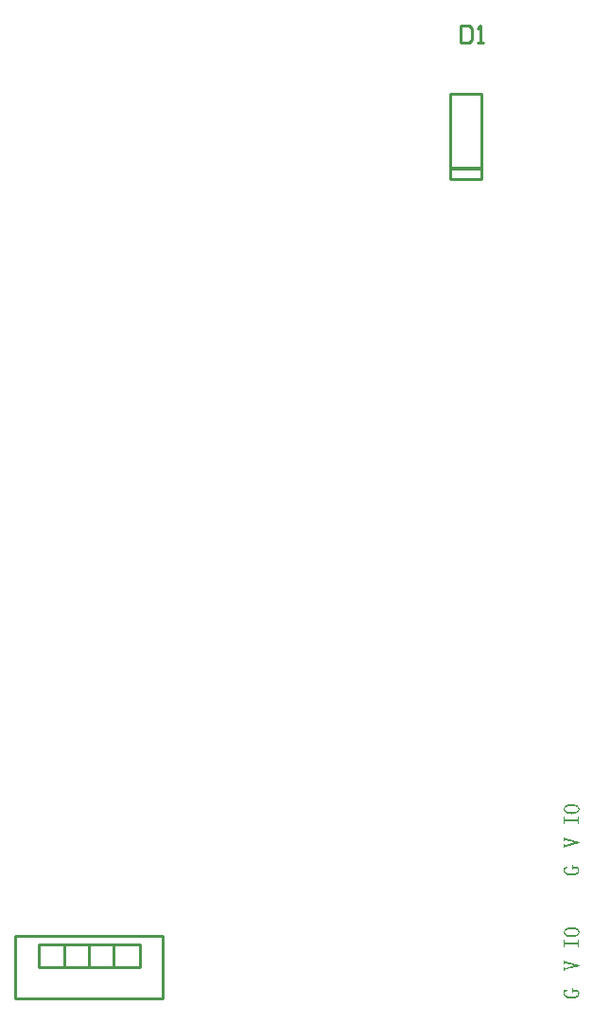
<source format=gbo>
G04*
G04 #@! TF.GenerationSoftware,Altium Limited,Altium Designer,22.0.2 (36)*
G04*
G04 Layer_Color=32896*
%FSLAX25Y25*%
%MOIN*%
G70*
G04*
G04 #@! TF.SameCoordinates,D467B77E-6E5F-44E5-9B52-D7AE6B4A5D67*
G04*
G04*
G04 #@! TF.FilePolarity,Positive*
G04*
G01*
G75*
%ADD10C,0.01000*%
%ADD89C,0.01181*%
G36*
X345949Y92274D02*
X345749Y92259D01*
X345564Y92237D01*
X345386Y92207D01*
X345216Y92171D01*
X345053Y92126D01*
X344913Y92089D01*
X344772Y92045D01*
X344654Y91993D01*
X344543Y91956D01*
X344454Y91912D01*
X344373Y91874D01*
X344313Y91845D01*
X344269Y91823D01*
X344239Y91808D01*
X344232Y91800D01*
X344091Y91704D01*
X343966Y91608D01*
X343855Y91505D01*
X343758Y91394D01*
X343684Y91282D01*
X343618Y91179D01*
X343566Y91068D01*
X343522Y90964D01*
X343485Y90868D01*
X343462Y90772D01*
X343440Y90690D01*
X343433Y90624D01*
X343425Y90565D01*
X343418Y90520D01*
Y90483D01*
X343425Y90335D01*
X343448Y90195D01*
X343485Y90061D01*
X343536Y89936D01*
X343596Y89817D01*
X343662Y89714D01*
X343729Y89610D01*
X343795Y89521D01*
X343869Y89440D01*
X343936Y89373D01*
X344003Y89314D01*
X344062Y89262D01*
X344106Y89225D01*
X344151Y89196D01*
X344173Y89181D01*
X344180Y89174D01*
X344328Y89085D01*
X344484Y89011D01*
X344646Y88944D01*
X344809Y88892D01*
X344979Y88841D01*
X345142Y88803D01*
X345298Y88774D01*
X345453Y88744D01*
X345601Y88730D01*
X345734Y88715D01*
X345853Y88700D01*
X345956Y88692D01*
X346038Y88685D01*
X346104D01*
X346141D01*
X346156D01*
X346385Y88692D01*
X346607Y88707D01*
X346807Y88730D01*
X347000Y88766D01*
X347185Y88803D01*
X347347Y88848D01*
X347503Y88900D01*
X347636Y88944D01*
X347762Y88996D01*
X347865Y89040D01*
X347962Y89085D01*
X348036Y89122D01*
X348095Y89159D01*
X348139Y89181D01*
X348169Y89196D01*
X348176Y89203D01*
X348309Y89307D01*
X348428Y89410D01*
X348524Y89514D01*
X348613Y89625D01*
X348687Y89736D01*
X348746Y89840D01*
X348798Y89943D01*
X348835Y90039D01*
X348864Y90136D01*
X348894Y90217D01*
X348909Y90291D01*
X348916Y90358D01*
X348924Y90409D01*
X348931Y90454D01*
Y90483D01*
X348924Y90624D01*
X348901Y90764D01*
X348864Y90890D01*
X348813Y91016D01*
X348761Y91127D01*
X348694Y91231D01*
X348628Y91327D01*
X348554Y91416D01*
X348487Y91497D01*
X348420Y91571D01*
X348354Y91630D01*
X348302Y91682D01*
X348250Y91719D01*
X348213Y91749D01*
X348191Y91764D01*
X348184Y91771D01*
X348036Y91860D01*
X347880Y91941D01*
X347717Y92008D01*
X347555Y92067D01*
X347384Y92119D01*
X347214Y92156D01*
X347051Y92193D01*
X346889Y92215D01*
X346741Y92237D01*
X346600Y92252D01*
X346474Y92267D01*
X346371Y92274D01*
X346282Y92282D01*
X346215D01*
X346171D01*
X346156D01*
X345949Y92274D01*
D02*
G37*
G36*
X343477Y85141D02*
X343818D01*
Y85969D01*
X343825Y85999D01*
X343840Y86051D01*
X343855Y86073D01*
X343862Y86080D01*
X343899Y86110D01*
X343936Y86117D01*
X343973Y86125D01*
X343980D01*
X343988D01*
X348354D01*
X348413Y86117D01*
X348457Y86102D01*
X348480Y86088D01*
X348487Y86080D01*
X348502Y86066D01*
X348509Y86043D01*
X348517Y85992D01*
X348524Y85947D01*
Y85141D01*
X348864D01*
Y87753D01*
X348524D01*
Y86968D01*
X348517Y86902D01*
X348502Y86857D01*
X348494Y86828D01*
X348487Y86820D01*
X348450Y86798D01*
X348406Y86783D01*
X348369Y86776D01*
X348361D01*
X348354D01*
X343988D01*
X343929Y86783D01*
X343892Y86798D01*
X343869Y86813D01*
X343862Y86820D01*
X343832Y86865D01*
X343825Y86917D01*
X343818Y86954D01*
Y87753D01*
X343477D01*
Y85141D01*
D02*
G37*
G36*
X343504Y79319D02*
X343845D01*
Y79534D01*
X343852Y79571D01*
X343859Y79600D01*
X343867Y79623D01*
X343889Y79645D01*
X343896Y79652D01*
X343933Y79667D01*
X343970Y79682D01*
X344000D01*
X344015D01*
X344059Y79674D01*
X344111Y79667D01*
X344155Y79660D01*
X344170Y79652D01*
X344178D01*
X347478Y78784D01*
X344074Y77972D01*
X344000Y77965D01*
X343948D01*
X343911Y77972D01*
X343904Y77980D01*
X343867Y78017D01*
X343852Y78061D01*
X343845Y78098D01*
Y78313D01*
X343504D01*
Y76840D01*
X343845D01*
Y77107D01*
X343859Y77144D01*
X343889Y77195D01*
X343918Y77232D01*
X343926Y77240D01*
X343933D01*
X343970Y77262D01*
X344015Y77277D01*
X344104Y77306D01*
X344148Y77314D01*
X344185Y77321D01*
X344207Y77329D01*
X344215D01*
X348891Y78476D01*
Y78786D01*
X344170Y80059D01*
X344111Y80081D01*
X344059Y80104D01*
X344015Y80126D01*
X343978Y80148D01*
X343948Y80163D01*
X343933Y80178D01*
X343918Y80192D01*
X343874Y80259D01*
X343852Y80318D01*
X343845Y80363D01*
Y80585D01*
X343504D01*
Y79319D01*
D02*
G37*
G36*
X346375Y69060D02*
X346716D01*
Y69379D01*
X346730Y69423D01*
X346753Y69490D01*
X346775Y69527D01*
X346790Y69541D01*
X346819Y69564D01*
X346849Y69586D01*
X346923Y69608D01*
X346953Y69615D01*
X346982D01*
X346997D01*
X347004D01*
X348040D01*
X348129Y69601D01*
X348203Y69571D01*
X348262Y69534D01*
X348314Y69504D01*
X348351Y69467D01*
X348381Y69438D01*
X348395Y69416D01*
X348403Y69408D01*
X348440Y69342D01*
X348469Y69260D01*
X348492Y69179D01*
X348506Y69105D01*
X348514Y69038D01*
X348521Y68979D01*
Y68927D01*
X348514Y68816D01*
X348492Y68713D01*
X348455Y68616D01*
X348403Y68528D01*
X348351Y68446D01*
X348292Y68372D01*
X348225Y68306D01*
X348151Y68246D01*
X348018Y68143D01*
X347959Y68106D01*
X347900Y68076D01*
X347855Y68054D01*
X347818Y68039D01*
X347796Y68024D01*
X347789D01*
X347508Y67936D01*
X347234Y67869D01*
X346967Y67817D01*
X346842Y67802D01*
X346723Y67788D01*
X346620Y67773D01*
X346516Y67765D01*
X346427Y67758D01*
X346353D01*
X346294Y67751D01*
X346250D01*
X346220D01*
X346213D01*
X345983Y67758D01*
X345768Y67765D01*
X345569Y67788D01*
X345384Y67810D01*
X345221Y67832D01*
X345065Y67869D01*
X344925Y67899D01*
X344807Y67936D01*
X344695Y67965D01*
X344607Y68002D01*
X344525Y68032D01*
X344459Y68054D01*
X344414Y68084D01*
X344377Y68098D01*
X344355Y68106D01*
X344348Y68113D01*
X344244Y68180D01*
X344148Y68254D01*
X344067Y68320D01*
X344000Y68387D01*
X343941Y68454D01*
X343896Y68520D01*
X343852Y68579D01*
X343822Y68639D01*
X343778Y68742D01*
X343756Y68824D01*
Y68853D01*
X343748Y68875D01*
Y68890D01*
X343763Y69023D01*
X343793Y69142D01*
X343837Y69245D01*
X343882Y69334D01*
X343933Y69408D01*
X343978Y69467D01*
X344007Y69497D01*
X344022Y69512D01*
X344081Y69556D01*
X344141Y69608D01*
X344288Y69689D01*
X344444Y69771D01*
X344599Y69837D01*
X344740Y69897D01*
X344807Y69919D01*
X344858Y69934D01*
X344903Y69948D01*
X344940Y69963D01*
X344962Y69971D01*
X344969D01*
X344888Y70296D01*
X343371Y70008D01*
X343415Y69948D01*
X343452Y69904D01*
X343475Y69860D01*
X343497Y69830D01*
X343512Y69800D01*
X343526Y69786D01*
X343534Y69771D01*
X343548Y69719D01*
X343556Y69675D01*
X343563Y69645D01*
Y69630D01*
X343556Y69601D01*
X343548Y69564D01*
X343519Y69467D01*
X343504Y69423D01*
X343497Y69386D01*
X343482Y69356D01*
Y69349D01*
X343445Y69253D01*
X343423Y69171D01*
X343401Y69090D01*
X343393Y69023D01*
X343386Y68972D01*
X343378Y68935D01*
Y68898D01*
X343386Y68750D01*
X343415Y68609D01*
X343452Y68468D01*
X343512Y68343D01*
X343571Y68224D01*
X343645Y68113D01*
X343719Y68017D01*
X343800Y67921D01*
X343882Y67839D01*
X343955Y67765D01*
X344029Y67706D01*
X344089Y67654D01*
X344141Y67610D01*
X344185Y67580D01*
X344215Y67566D01*
X344222Y67558D01*
X344385Y67469D01*
X344548Y67388D01*
X344718Y67321D01*
X344888Y67262D01*
X345051Y67210D01*
X345221Y67166D01*
X345376Y67129D01*
X345532Y67107D01*
X345672Y67085D01*
X345806Y67070D01*
X345917Y67055D01*
X346020Y67048D01*
X346101Y67040D01*
X346161D01*
X346198D01*
X346213D01*
X346397Y67048D01*
X346575Y67062D01*
X346753Y67085D01*
X346923Y67107D01*
X347086Y67144D01*
X347234Y67181D01*
X347374Y67218D01*
X347508Y67262D01*
X347626Y67307D01*
X347737Y67344D01*
X347826Y67381D01*
X347907Y67418D01*
X347974Y67440D01*
X348018Y67462D01*
X348048Y67477D01*
X348055Y67484D01*
X348203Y67573D01*
X348329Y67669D01*
X348440Y67780D01*
X348536Y67891D01*
X348618Y68010D01*
X348684Y68128D01*
X348743Y68246D01*
X348788Y68357D01*
X348825Y68468D01*
X348847Y68565D01*
X348869Y68661D01*
X348877Y68742D01*
X348884Y68809D01*
X348891Y68853D01*
Y68994D01*
X348884Y69083D01*
X348869Y69157D01*
X348862Y69231D01*
X348847Y69282D01*
X348839Y69327D01*
X348832Y69356D01*
Y69364D01*
X348802Y69445D01*
X348765Y69519D01*
X348728Y69586D01*
X348692Y69645D01*
X348655Y69697D01*
X348632Y69741D01*
X348610Y69763D01*
X348603Y69771D01*
X348573Y69808D01*
X348551Y69837D01*
X348536Y69860D01*
Y69867D01*
X348529Y69904D01*
X348521Y69941D01*
Y70000D01*
X348529Y70030D01*
X348536Y70045D01*
Y70052D01*
X348544Y70074D01*
X348551Y70104D01*
X348566Y70170D01*
X348573Y70207D01*
Y70237D01*
X348581Y70259D01*
Y70267D01*
X346975D01*
X346893Y70274D01*
X346834Y70304D01*
X346804Y70326D01*
X346790Y70333D01*
X346745Y70392D01*
X346723Y70452D01*
X346716Y70496D01*
Y70755D01*
X346375D01*
Y69060D01*
D02*
G37*
G36*
X345949Y48967D02*
X345749Y48952D01*
X345564Y48930D01*
X345386Y48900D01*
X345216Y48863D01*
X345053Y48819D01*
X344913Y48782D01*
X344772Y48738D01*
X344654Y48686D01*
X344543Y48649D01*
X344454Y48604D01*
X344373Y48567D01*
X344313Y48538D01*
X344269Y48516D01*
X344239Y48501D01*
X344232Y48493D01*
X344091Y48397D01*
X343966Y48301D01*
X343855Y48197D01*
X343758Y48086D01*
X343684Y47975D01*
X343618Y47872D01*
X343566Y47761D01*
X343522Y47657D01*
X343485Y47561D01*
X343462Y47465D01*
X343440Y47383D01*
X343433Y47317D01*
X343425Y47258D01*
X343418Y47213D01*
Y47176D01*
X343425Y47028D01*
X343448Y46888D01*
X343485Y46754D01*
X343536Y46629D01*
X343596Y46510D01*
X343662Y46407D01*
X343729Y46303D01*
X343795Y46214D01*
X343869Y46133D01*
X343936Y46066D01*
X344003Y46007D01*
X344062Y45955D01*
X344106Y45918D01*
X344151Y45889D01*
X344173Y45874D01*
X344180Y45866D01*
X344328Y45778D01*
X344484Y45704D01*
X344646Y45637D01*
X344809Y45585D01*
X344979Y45533D01*
X345142Y45496D01*
X345298Y45467D01*
X345453Y45437D01*
X345601Y45422D01*
X345734Y45408D01*
X345853Y45393D01*
X345956Y45385D01*
X346038Y45378D01*
X346104D01*
X346141D01*
X346156D01*
X346385Y45385D01*
X346607Y45400D01*
X346807Y45422D01*
X347000Y45459D01*
X347185Y45496D01*
X347347Y45541D01*
X347503Y45593D01*
X347636Y45637D01*
X347762Y45689D01*
X347865Y45733D01*
X347962Y45778D01*
X348036Y45815D01*
X348095Y45852D01*
X348139Y45874D01*
X348169Y45889D01*
X348176Y45896D01*
X348309Y46000D01*
X348428Y46103D01*
X348524Y46207D01*
X348613Y46318D01*
X348687Y46429D01*
X348746Y46532D01*
X348798Y46636D01*
X348835Y46732D01*
X348864Y46828D01*
X348894Y46910D01*
X348909Y46984D01*
X348916Y47050D01*
X348924Y47102D01*
X348931Y47147D01*
Y47176D01*
X348924Y47317D01*
X348901Y47457D01*
X348864Y47583D01*
X348813Y47709D01*
X348761Y47820D01*
X348694Y47924D01*
X348628Y48020D01*
X348554Y48109D01*
X348487Y48190D01*
X348420Y48264D01*
X348354Y48323D01*
X348302Y48375D01*
X348250Y48412D01*
X348213Y48442D01*
X348191Y48456D01*
X348184Y48464D01*
X348036Y48553D01*
X347880Y48634D01*
X347717Y48701D01*
X347555Y48760D01*
X347384Y48812D01*
X347214Y48849D01*
X347051Y48886D01*
X346889Y48908D01*
X346741Y48930D01*
X346600Y48945D01*
X346474Y48960D01*
X346371Y48967D01*
X346282Y48974D01*
X346215D01*
X346171D01*
X346156D01*
X345949Y48967D01*
D02*
G37*
G36*
X343477Y41833D02*
X343818D01*
Y42662D01*
X343825Y42692D01*
X343840Y42744D01*
X343855Y42766D01*
X343862Y42773D01*
X343899Y42803D01*
X343936Y42810D01*
X343973Y42818D01*
X343980D01*
X343988D01*
X348354D01*
X348413Y42810D01*
X348457Y42795D01*
X348480Y42781D01*
X348487Y42773D01*
X348502Y42758D01*
X348509Y42736D01*
X348517Y42684D01*
X348524Y42640D01*
Y41833D01*
X348864D01*
Y44446D01*
X348524D01*
Y43661D01*
X348517Y43595D01*
X348502Y43550D01*
X348494Y43521D01*
X348487Y43513D01*
X348450Y43491D01*
X348406Y43476D01*
X348369Y43469D01*
X348361D01*
X348354D01*
X343988D01*
X343929Y43476D01*
X343892Y43491D01*
X343869Y43506D01*
X343862Y43513D01*
X343832Y43558D01*
X343825Y43609D01*
X343818Y43646D01*
Y44446D01*
X343477D01*
Y41833D01*
D02*
G37*
G36*
X343504Y36012D02*
X343845D01*
Y36227D01*
X343852Y36264D01*
X343859Y36293D01*
X343867Y36316D01*
X343889Y36338D01*
X343896Y36345D01*
X343933Y36360D01*
X343970Y36375D01*
X344000D01*
X344015D01*
X344059Y36367D01*
X344111Y36360D01*
X344155Y36353D01*
X344170Y36345D01*
X344178D01*
X347478Y35477D01*
X344074Y34665D01*
X344000Y34658D01*
X343948D01*
X343911Y34665D01*
X343904Y34673D01*
X343867Y34710D01*
X343852Y34754D01*
X343845Y34791D01*
Y35006D01*
X343504D01*
Y33533D01*
X343845D01*
Y33799D01*
X343859Y33836D01*
X343889Y33888D01*
X343918Y33925D01*
X343926Y33933D01*
X343933D01*
X343970Y33955D01*
X344015Y33970D01*
X344104Y33999D01*
X344148Y34007D01*
X344185Y34014D01*
X344207Y34021D01*
X344215D01*
X348891Y35168D01*
Y35479D01*
X344170Y36752D01*
X344111Y36774D01*
X344059Y36797D01*
X344015Y36819D01*
X343978Y36841D01*
X343948Y36856D01*
X343933Y36871D01*
X343918Y36885D01*
X343874Y36952D01*
X343852Y37011D01*
X343845Y37056D01*
Y37277D01*
X343504D01*
Y36012D01*
D02*
G37*
G36*
X346375Y25753D02*
X346716D01*
Y26072D01*
X346730Y26116D01*
X346753Y26182D01*
X346775Y26219D01*
X346790Y26234D01*
X346819Y26256D01*
X346849Y26279D01*
X346923Y26301D01*
X346953Y26308D01*
X346982D01*
X346997D01*
X347004D01*
X348040D01*
X348129Y26294D01*
X348203Y26264D01*
X348262Y26227D01*
X348314Y26197D01*
X348351Y26160D01*
X348381Y26131D01*
X348395Y26109D01*
X348403Y26101D01*
X348440Y26035D01*
X348469Y25953D01*
X348492Y25872D01*
X348506Y25798D01*
X348514Y25731D01*
X348521Y25672D01*
Y25620D01*
X348514Y25509D01*
X348492Y25405D01*
X348455Y25309D01*
X348403Y25221D01*
X348351Y25139D01*
X348292Y25065D01*
X348225Y24998D01*
X348151Y24939D01*
X348018Y24836D01*
X347959Y24799D01*
X347900Y24769D01*
X347855Y24747D01*
X347818Y24732D01*
X347796Y24717D01*
X347789D01*
X347508Y24629D01*
X347234Y24562D01*
X346967Y24510D01*
X346842Y24495D01*
X346723Y24480D01*
X346620Y24466D01*
X346516Y24458D01*
X346427Y24451D01*
X346353D01*
X346294Y24443D01*
X346250D01*
X346220D01*
X346213D01*
X345983Y24451D01*
X345768Y24458D01*
X345569Y24480D01*
X345384Y24503D01*
X345221Y24525D01*
X345065Y24562D01*
X344925Y24591D01*
X344807Y24629D01*
X344695Y24658D01*
X344607Y24695D01*
X344525Y24725D01*
X344459Y24747D01*
X344414Y24777D01*
X344377Y24791D01*
X344355Y24799D01*
X344348Y24806D01*
X344244Y24873D01*
X344148Y24947D01*
X344067Y25013D01*
X344000Y25080D01*
X343941Y25146D01*
X343896Y25213D01*
X343852Y25272D01*
X343822Y25332D01*
X343778Y25435D01*
X343756Y25517D01*
Y25546D01*
X343748Y25568D01*
Y25583D01*
X343763Y25716D01*
X343793Y25835D01*
X343837Y25938D01*
X343882Y26027D01*
X343933Y26101D01*
X343978Y26160D01*
X344007Y26190D01*
X344022Y26205D01*
X344081Y26249D01*
X344141Y26301D01*
X344288Y26382D01*
X344444Y26464D01*
X344599Y26530D01*
X344740Y26590D01*
X344807Y26612D01*
X344858Y26627D01*
X344903Y26641D01*
X344940Y26656D01*
X344962Y26664D01*
X344969D01*
X344888Y26989D01*
X343371Y26700D01*
X343415Y26641D01*
X343452Y26597D01*
X343475Y26553D01*
X343497Y26523D01*
X343512Y26493D01*
X343526Y26478D01*
X343534Y26464D01*
X343548Y26412D01*
X343556Y26368D01*
X343563Y26338D01*
Y26323D01*
X343556Y26294D01*
X343548Y26256D01*
X343519Y26160D01*
X343504Y26116D01*
X343497Y26079D01*
X343482Y26049D01*
Y26042D01*
X343445Y25946D01*
X343423Y25864D01*
X343401Y25783D01*
X343393Y25716D01*
X343386Y25664D01*
X343378Y25627D01*
Y25591D01*
X343386Y25442D01*
X343415Y25302D01*
X343452Y25161D01*
X343512Y25036D01*
X343571Y24917D01*
X343645Y24806D01*
X343719Y24710D01*
X343800Y24614D01*
X343882Y24532D01*
X343955Y24458D01*
X344029Y24399D01*
X344089Y24347D01*
X344141Y24303D01*
X344185Y24273D01*
X344215Y24259D01*
X344222Y24251D01*
X344385Y24162D01*
X344548Y24081D01*
X344718Y24014D01*
X344888Y23955D01*
X345051Y23903D01*
X345221Y23859D01*
X345376Y23822D01*
X345532Y23800D01*
X345672Y23777D01*
X345806Y23763D01*
X345917Y23748D01*
X346020Y23741D01*
X346101Y23733D01*
X346161D01*
X346198D01*
X346213D01*
X346397Y23741D01*
X346575Y23755D01*
X346753Y23777D01*
X346923Y23800D01*
X347086Y23837D01*
X347234Y23874D01*
X347374Y23911D01*
X347508Y23955D01*
X347626Y24000D01*
X347737Y24036D01*
X347826Y24073D01*
X347907Y24111D01*
X347974Y24133D01*
X348018Y24155D01*
X348048Y24170D01*
X348055Y24177D01*
X348203Y24266D01*
X348329Y24362D01*
X348440Y24473D01*
X348536Y24584D01*
X348618Y24702D01*
X348684Y24821D01*
X348743Y24939D01*
X348788Y25050D01*
X348825Y25161D01*
X348847Y25258D01*
X348869Y25354D01*
X348877Y25435D01*
X348884Y25502D01*
X348891Y25546D01*
Y25687D01*
X348884Y25776D01*
X348869Y25850D01*
X348862Y25923D01*
X348847Y25975D01*
X348839Y26020D01*
X348832Y26049D01*
Y26057D01*
X348802Y26138D01*
X348765Y26212D01*
X348728Y26279D01*
X348692Y26338D01*
X348655Y26390D01*
X348632Y26434D01*
X348610Y26456D01*
X348603Y26464D01*
X348573Y26501D01*
X348551Y26530D01*
X348536Y26553D01*
Y26560D01*
X348529Y26597D01*
X348521Y26634D01*
Y26693D01*
X348529Y26723D01*
X348536Y26737D01*
Y26745D01*
X348544Y26767D01*
X348551Y26797D01*
X348566Y26863D01*
X348573Y26900D01*
Y26930D01*
X348581Y26952D01*
Y26959D01*
X346975D01*
X346893Y26967D01*
X346834Y26996D01*
X346804Y27019D01*
X346790Y27026D01*
X346745Y27085D01*
X346723Y27145D01*
X346716Y27189D01*
Y27448D01*
X346375D01*
Y25753D01*
D02*
G37*
%LPC*%
G36*
X345978Y91534D02*
X346052D01*
X346112D01*
X346141D01*
X346156D01*
X346400D01*
X346630Y91519D01*
X346837Y91505D01*
X347029Y91490D01*
X347199Y91467D01*
X347355Y91438D01*
X347495Y91416D01*
X347614Y91386D01*
X347725Y91356D01*
X347814Y91334D01*
X347888Y91305D01*
X347954Y91282D01*
X347999Y91268D01*
X348028Y91253D01*
X348050Y91238D01*
X348058D01*
X348154Y91179D01*
X348235Y91120D01*
X348302Y91061D01*
X348369Y91001D01*
X348420Y90935D01*
X348457Y90876D01*
X348494Y90809D01*
X348524Y90750D01*
X348561Y90646D01*
X348583Y90557D01*
Y90528D01*
X348591Y90505D01*
Y90483D01*
X348583Y90402D01*
X348568Y90320D01*
X348539Y90246D01*
X348502Y90180D01*
X348413Y90054D01*
X348309Y89943D01*
X348206Y89854D01*
X348117Y89788D01*
X348080Y89766D01*
X348050Y89751D01*
X348036Y89743D01*
X348028Y89736D01*
X347910Y89684D01*
X347784Y89632D01*
X347643Y89595D01*
X347495Y89558D01*
X347185Y89507D01*
X346881Y89469D01*
X346733Y89455D01*
X346600Y89447D01*
X346474Y89440D01*
X346371D01*
X346282Y89433D01*
X346215D01*
X346171D01*
X346156D01*
X345934D01*
X345734Y89447D01*
X345542Y89462D01*
X345372Y89477D01*
X345209Y89499D01*
X345061Y89521D01*
X344928Y89551D01*
X344809Y89581D01*
X344706Y89603D01*
X344617Y89632D01*
X344543Y89654D01*
X344484Y89677D01*
X344432Y89692D01*
X344402Y89706D01*
X344380Y89721D01*
X344373D01*
X344269Y89780D01*
X344180Y89840D01*
X344099Y89899D01*
X344032Y89965D01*
X343980Y90025D01*
X343929Y90091D01*
X343892Y90150D01*
X343862Y90210D01*
X343818Y90320D01*
X343795Y90402D01*
X343788Y90439D01*
Y90483D01*
X343795Y90587D01*
X343818Y90676D01*
X343847Y90764D01*
X343892Y90846D01*
X343936Y90912D01*
X343988Y90979D01*
X344106Y91090D01*
X344225Y91179D01*
X344284Y91208D01*
X344328Y91238D01*
X344373Y91253D01*
X344402Y91268D01*
X344424Y91282D01*
X344432D01*
X344558Y91327D01*
X344691Y91364D01*
X344972Y91430D01*
X345261Y91475D01*
X345401Y91490D01*
X345534Y91505D01*
X345660Y91512D01*
X345779Y91519D01*
X345882Y91527D01*
X345978Y91534D01*
D02*
G37*
G36*
Y48227D02*
X346052D01*
X346112D01*
X346141D01*
X346156D01*
X346400D01*
X346630Y48212D01*
X346837Y48197D01*
X347029Y48183D01*
X347199Y48160D01*
X347355Y48131D01*
X347495Y48109D01*
X347614Y48079D01*
X347725Y48049D01*
X347814Y48027D01*
X347888Y47998D01*
X347954Y47975D01*
X347999Y47961D01*
X348028Y47946D01*
X348050Y47931D01*
X348058D01*
X348154Y47872D01*
X348235Y47813D01*
X348302Y47753D01*
X348369Y47694D01*
X348420Y47628D01*
X348457Y47568D01*
X348494Y47502D01*
X348524Y47443D01*
X348561Y47339D01*
X348583Y47250D01*
Y47221D01*
X348591Y47198D01*
Y47176D01*
X348583Y47095D01*
X348568Y47013D01*
X348539Y46939D01*
X348502Y46873D01*
X348413Y46747D01*
X348309Y46636D01*
X348206Y46547D01*
X348117Y46481D01*
X348080Y46458D01*
X348050Y46444D01*
X348036Y46436D01*
X348028Y46429D01*
X347910Y46377D01*
X347784Y46325D01*
X347643Y46288D01*
X347495Y46251D01*
X347185Y46199D01*
X346881Y46162D01*
X346733Y46148D01*
X346600Y46140D01*
X346474Y46133D01*
X346371D01*
X346282Y46125D01*
X346215D01*
X346171D01*
X346156D01*
X345934D01*
X345734Y46140D01*
X345542Y46155D01*
X345372Y46170D01*
X345209Y46192D01*
X345061Y46214D01*
X344928Y46244D01*
X344809Y46273D01*
X344706Y46296D01*
X344617Y46325D01*
X344543Y46347D01*
X344484Y46370D01*
X344432Y46384D01*
X344402Y46399D01*
X344380Y46414D01*
X344373D01*
X344269Y46473D01*
X344180Y46532D01*
X344099Y46592D01*
X344032Y46658D01*
X343980Y46717D01*
X343929Y46784D01*
X343892Y46843D01*
X343862Y46902D01*
X343818Y47013D01*
X343795Y47095D01*
X343788Y47132D01*
Y47176D01*
X343795Y47280D01*
X343818Y47369D01*
X343847Y47457D01*
X343892Y47539D01*
X343936Y47605D01*
X343988Y47672D01*
X344106Y47783D01*
X344225Y47872D01*
X344284Y47901D01*
X344328Y47931D01*
X344373Y47946D01*
X344402Y47961D01*
X344424Y47975D01*
X344432D01*
X344558Y48020D01*
X344691Y48057D01*
X344972Y48123D01*
X345261Y48168D01*
X345401Y48183D01*
X345534Y48197D01*
X345660Y48205D01*
X345779Y48212D01*
X345882Y48220D01*
X345978Y48227D01*
D02*
G37*
%LPD*%
D10*
X314272Y312028D02*
X303248D01*
X314272D02*
Y342342D01*
X303248D01*
Y312028D02*
Y342342D01*
X193908Y42837D02*
X158475D01*
Y34963D02*
Y42837D01*
X193908Y34963D02*
X158475D01*
X193908D02*
Y42837D01*
X184853Y34963D02*
Y42837D01*
X176191Y34963D02*
Y42837D01*
X167530Y34963D02*
Y42837D01*
X150207Y23939D02*
Y45987D01*
X202176Y23939D02*
X150207D01*
X202176D02*
Y45987D01*
X150207D01*
X307060Y366280D02*
Y360282D01*
X310059D01*
X311059Y361282D01*
Y365280D01*
X310059Y366280D01*
X307060D01*
X313058Y360282D02*
X315057D01*
X314058D01*
Y366280D01*
X313058Y365280D01*
D89*
X313878Y315965D02*
X303642D01*
M02*

</source>
